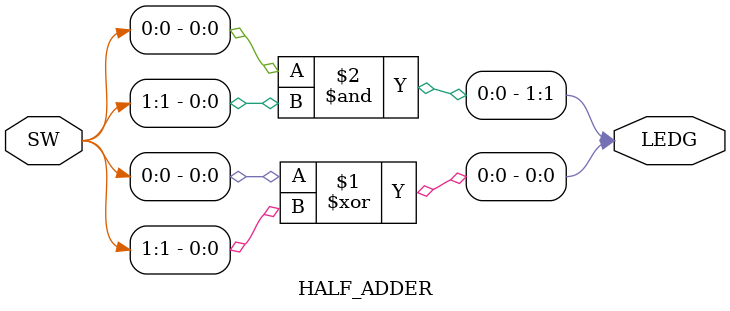
<source format=v>
/* 
@brief	HALF_ADDER.v
@details	This example shows how to model a half adder circuit. 

			The model is using logic gates.


@return	N/A

@author	Manuel Caballero
@date		28/November/2024
@version	28/November/2024    The ORIGIN
@pre		This source code was tested on the Altera’s DE2 board.
@warning	N/A.
@pre		This code belongs to AqueronteBlog.
				- GitHub:  https://github.com/AqueronteBlog
            - YouTube: https://www.youtube.com/user/AqueronteBlog
            - X:       https://twitter.com/aqueronteblog
*/
module HALF_ADDER (
	input[1:0] SW,
	output[1:0] LEDG
);

	xor(LEDG[0], SW[0], SW[1]);	// a = SW[0], b = SW[1], s = LEDG[0]
	and(LEDG[1], SW[0], SW[1]);	// a = SW[0], b = SW[1], c = LEDG[1]
endmodule
</source>
